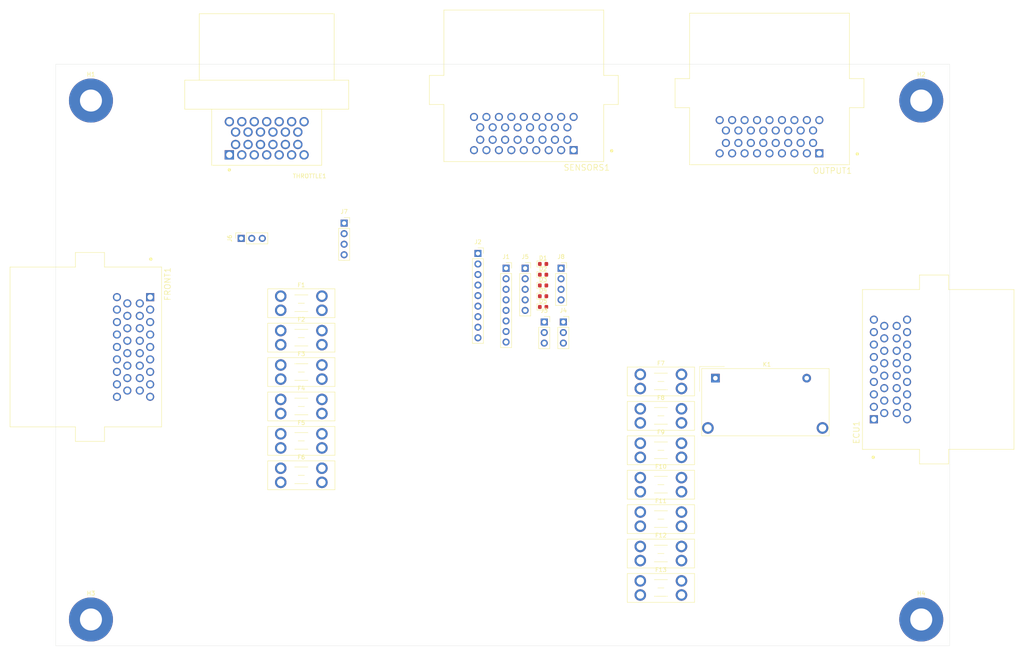
<source format=kicad_pcb>
(kicad_pcb (version 20240108) (generator "pcbnew") (generator_version "8.0")
  (layers (0 "F.Cu" signal) (31 "B.Cu" signal) (34 "B.Paste" user) (35 "F.Paste" user) (36 "B.SilkS" user "B.Silkscreen") (37 "F.SilkS" user "F.Silkscreen") (38 "B.Mask" user) (39 "F.Mask" user) (44 "Edge.Cuts" user))
  (net 0 "")
  (net 1 "/COIL1_GND")
  (net 2 "/WSSFR_SIG")
  (net 3 "/TPS_SIG")
  (net 4 "/WSSRL_SIG")
  (net 5 "/IAC_GND")
  (net 6 "/CTS_SIG")
  (net 7 "/INJ4_GND")
  (net 8 "/LAMB_SIG")
  (net 9 "/INJ3_GND")
  (net 10 "/IAT_SIG")
  (net 11 "/SYNC_SIG")
  (net 13 "/COIL4_GND")
  (net 14 "/FPS_SIG")
  (net 15 "/INJ1_GND")
  (net 17 "/TRIG_SIG")
  (net 18 "/COIL3_GND")
  (net 19 "/WSSFL_SIG")
  (net 20 "/WSSRR_SIG")
  (net 21 "/PE3_SENSE_5V")
  (net 22 "/INJ2_GND")
  (net 24 "/MAP_SIG")
  (net 25 "/PE3_VCC")
  (net 26 "/ENG_CUT")
  (net 27 "/DSV_12V")
  (net 28 "+GLV")
  (net 29 "/INJ1_VCC")
  (net 30 "+SD")
  (net 31 "/IGN1_VCC")
  (net 32 "/STR_VCC")
  (net 33 "/FP_12V")
  (net 34 "/BL_12V")
  (net 35 "/WSSFR_GND")
  (net 36 "/WSSFL_5V")
  (net 37 "/BPTR_GND")
  (net 38 "/SAS_GND")
  (net 39 "/BPTF_5V")
  (net 40 "/BPTR_SIG")
  (net 41 "/BPTF_GND")
  (net 42 "/CES_SD+")
  (net 44 "/APPS2_GND")
  (net 45 "/SAS_SIG")
  (net 46 "/WSSFR_5V")
  (net 47 "/STEER_12V")
  (net 48 "/APPS1_5V")
  (net 50 "/APPS2_3.3V")
  (net 51 "/APPS1_GND")
  (net 52 "/BPTF_SIG")
  (net 53 "/WSSFL_GND")
  (net 54 "/CES_SD-")
  (net 55 "/STEER_GND")
  (net 56 "/APPS1_SIG")
  (net 57 "/BPTR_5V")
  (net 58 "/BOTS_SD-")
  (net 59 "/APPS2_SIG")
  (net 60 "/SAS_5V")
  (net 61 "/BSPD_SD-")
  (net 62 "-BATT")
  (net 63 "+5VA")
  (net 64 "GNDA")
  (net 65 "/TPS1_SIG")
  (net 67 "/DSV_GND")
  (net 68 "/IGN4_GND")
  (net 69 "/IGN2_GND")
  (net 70 "/WP_GND")
  (net 71 "/IGN1_GND")
  (net 73 "/STR_GND")
  (net 74 "/USV_GND")
  (net 75 "/BL_GND")
  (net 76 "/FAN_GND")
  (net 78 "/IGN3_GND")
  (net 80 "/FP_GND")
  (net 82 "/FPS_5V")
  (net 84 "/WSSRL_5V")
  (net 85 "/OTS_SIG")
  (net 86 "/WSSRL_GND")
  (net 87 "/WSSRR_5V")
  (net 88 "/OPS_5V")
  (net 90 "/CS_SIG")
  (net 91 "/WSSRR_GND")
  (net 92 "/TRIG_GND")
  (net 93 "/CTS_GND")
  (net 94 "/SAP_GND")
  (net 95 "/LAMB_GND")
  (net 96 "/CS_5V")
  (net 98 "/SAP_SIG")
  (net 99 "/OPS_GND")
  (net 101 "/SAP_5V")
  (net 102 "/OPS_SIG")
  (net 103 "/FPS_GND")
  (net 104 "/SYNC_GND")
  (net 105 "/LAMB_12V")
  (net 106 "/NS_GND")
  (net 109 "/TPS_GND")
  (net 110 "/MOTOR_GND")
  (net 112 "/MAP_5V")
  (net 113 "/RLM_12V")
  (net 115 "/MAP_GND")
  (net 118 "/TPS_5V")
  (net 119 "/TPS2_SIG")
  (net 121 "/MOTOR_VCC")
  (net 127 "/RLM_GND")
  (net 128 "Net-(D1-A)")
  (net 129 "Net-(D2-A)")
  (net 130 "Net-(F11-Pad1)")
  (net 131 "Net-(D3-A)")
  (net 132 "Net-(D4-A)")
  (net 133 "Net-(D5-A)")
  (net 134 "/ETC_CANL")
  (net 135 "/ETC_CANH")
  (footprint "MountingHole:MountingHole_5.3mm_M5_Pad" (layer "F.Cu") (at 48.514 33.782)
    (property "Reference" "H1" (at 0 -6.3 0) (layer "F.SilkS"))
    (property "Value" "MountingHole_Pad")
    (pad "1" thru_hole circle (at 0 0) (size 10.6 10.6) (drill 5.3) (layers "*.Cu" "*.Mask") (net 62 "-BATT"))
  )
  (footprint "LED_SMD:LED_0603_1608Metric" (layer "F.Cu") (at 157.426 78.322)
    (property "Reference" "D3" (at 0 -1.43 0) (layer "F.SilkS"))
    (property "Value" "LED")
    (pad "1" smd roundrect (at -0.7875 0) (size 0.875 0.95) (layers "F.Cu" "F.Paste" "F.Mask") (net 62 "-BATT"))
    (pad "2" smd roundrect (at 0.7875 0) (size 0.875 0.95) (layers "F.Cu" "F.Paste" "F.Mask") (net 131 "Net-(D3-A)"))
  )
  (footprint "Relay_THT:Relay_SPST_Zettler-AZSR131" (layer "F.Cu") (at 198.926 100.649001)
    (property "Reference" "K1" (at 12.4 -3.3 180) (layer "F.SilkS"))
    (property "Value" "SDC Relay")
    (pad "1" thru_hole rect (at 0 0 180) (size 2.1 2.1) (drill 1.1) (layers "*.Cu" "*.Mask"))
    (pad "2" thru_hole circle (at 22 0 180) (size 2.1 2.1) (drill 1.1) (layers "*.Cu" "*.Mask"))
    (pad "3" thru_hole circle (at 25.8 12 180) (size 2.8 2.8) (drill 1.8) (layers "*.Cu" "*.Mask"))
    (pad "4" thru_hole circle (at -1.8 12 180) (size 2.8 2.8) (drill 1.8) (layers "*.Cu" "*.Mask"))
  )
  (footprint "Fuse:Fuseholder_Blade_Mini_Keystone_3568" (layer "F.Cu") (at 94.227 97.481)
    (property "Reference" "F3" (at 4.96 -2.67 0) (layer "F.SilkS"))
    (property "Value" "IGN Fuse")
    (pad "1" thru_hole circle (at 0 0) (size 2.78 2.78) (drill 1.78) (layers "*.Cu" "*.Mask") (net 30 "+SD"))
    (pad "1" thru_hole circle (at 0 3.4) (size 2.78 2.78) (drill 1.78) (layers "*.Cu" "*.Mask") (net 30 "+SD"))
    (pad "2" thru_hole circle (at 9.92 0) (size 2.78 2.78) (drill 1.78) (layers "*.Cu" "*.Mask") (net 31 "/IGN1_VCC"))
    (pad "2" thru_hole circle (at 9.92 3.4) (size 2.78 2.78) (drill 1.78) (layers "*.Cu" "*.Mask") (net 31 "/IGN1_VCC"))
  )
  (footprint "Fuse:Fuseholder_Blade_Mini_Keystone_3568" (layer "F.Cu") (at 94.227 105.771)
    (property "Reference" "F4" (at 4.96 -2.67 0) (layer "F.SilkS"))
    (property "Value" "STR Fuse")
    (pad "1" thru_hole circle (at 0 0) (size 2.78 2.78) (drill 1.78) (layers "*.Cu" "*.Mask") (net 30 "+SD"))
    (pad "1" thru_hole circle (at 0 3.4) (size 2.78 2.78) (drill 1.78) (layers "*.Cu" "*.Mask") (net 30 "+SD"))
    (pad "2" thru_hole circle (at 9.92 0) (size 2.78 2.78) (drill 1.78) (layers "*.Cu" "*.Mask") (net 32 "/STR_VCC"))
    (pad "2" thru_hole circle (at 9.92 3.4) (size 2.78 2.78) (drill 1.78) (layers "*.Cu" "*.Mask") (net 32 "/STR_VCC"))
  )
  (footprint "6437288-1:TE_6437288-1" (layer "F.Cu") (at 58.777 93.138001 -90)
    (property "Reference" "FRONT1" (at -15.163125 -8.199165 -90) (layer "F.SilkS") (effects (font (size 1.419929 1.419929))))
    (property "Value" "6437288-1")
    (pad "" np_thru_hole circle (at -19.25 10.5 270) (size 3.3 3.3) (drill 3.3) (layers "*.Cu" "*.Mask"))
    (pad "" np_thru_hole circle (at 19.25 10.5 270) (size 3.3 3.3) (drill 3.3) (layers "*.Cu" "*.Mask"))
    (pad "1" thru_hole rect (at -12 -4 270) (size 1.95 1.95) (drill 1.3) (layers "*.Cu" "*.Mask") (net 46 "/WSSFR_5V"))
    (pad "2" thru_hole circle (at -9 -4 270) (size 1.95 1.95) (drill 1.3) (layers "*.Cu" "*.Mask") (net 2 "/WSSFR_SIG"))
    (pad "3" thru_hole circle (at -6 -4 270) (size 1.95 1.95) (drill 1.3) (layers "*.Cu" "*.Mask") (net 35 "/WSSFR_GND"))
    (pad "4" thru_hole circle (at -3 -4 270) (size 1.95 1.95) (drill 1.3) (layers "*.Cu" "*.Mask") (net 28 "+GLV"))
    (pad "5" thru_hole circle (at 0 -4 270) (size 1.95 1.95) (drill 1.3) (layers "*.Cu" "*.Mask") (net 58 "/BOTS_SD-"))
    (pad "6" thru_hole circle (at 3 -4 270) (size 1.95 1.95) (drill 1.3) (layers "*.Cu" "*.Mask") (net 58 "/BOTS_SD-"))
    (pad "7" thru_hole circle (at 6 -4 270) (size 1.95 1.95) (drill 1.3) (layers "*.Cu" "*.Mask") (net 42 "/CES_SD+"))
    (pad "8" thru_hole circle (at 9 -4 270) (size 1.95 1.95) (drill 1.3) (layers "*.Cu" "*.Mask") (net 42 "/CES_SD+"))
    (pad "9" thru_hole circle (at 12 -4 270) (size 1.95 1.95) (drill 1.3) (layers "*.Cu" "*.Mask") (net 54 "/CES_SD-"))
    (pad "10" thru_hole circle (at -10.5 -1.5 270) (size 1.95 1.95) (drill 1.3) (layers "*.Cu" "*.Mask") (net 47 "/STEER_12V"))
    (pad "11" thru_hole circle (at -7.5 -1.5 270) (size 1.95 1.95) (drill 1.3) (layers "*.Cu" "*.Mask") (net 55 "/STEER_GND"))
    (pad "12" thru_hole circle (at -4.5 -1.5 270) (size 1.95 1.95) (drill 1.3) (layers "*.Cu" "*.Mask") (net 135 "/ETC_CANH"))
    (pad "13" thru_hole circle (at -1.5 -1.5 270) (size 1.95 1.95) (drill 1.3) (layers "*.Cu" "*.Mask") (net 134 "/ETC_CANL"))
    (pad "14" thru_hole circle (at 1.5 -1.5 270) (size 1.95 1.95) (drill 1.3) (layers "*.Cu" "*.Mask") (net 64 "GNDA"))
    (pad "15" thru_hole circle (at 4.5 -1.5 270) (size 1.95 1.95) (drill 1.3) (layers "*.Cu" "*.Mask") (net 36 "/WSSFL_5V"))
    (pad "16" thru_hole circle (at 7.5 -1.5 270) (size 1.95 1.95) (drill 1.3) (layers "*.Cu" "*.Mask") (net 19 "/WSSFL_SIG"))
    (pad "17" thru_hole circle (at 10.5 -1.5 270) (size 1.95 1.95) (drill 1.3) (layers "*.Cu" "*.Mask") (net 53 "/WSSFL_GND"))
    (pad "18" thru_hole circle (at -10.5 1.5 270) (size 1.95 1.95) (drill 1.3) (layers "*.Cu" "*.Mask") (net 48 "/APPS1_5V"))
    (pad "19" thru_hole circle (at -7.5 1.5 270) (size 1.95 1.95) (drill 1.3) (layers "*.Cu" "*.Mask") (net 56 "/APPS1_SIG"))
    (pad "20" thru_hole circle (at -4.5 1.5 270) (size 1.95 1.95) (drill 1.3) (layers "*.Cu" "*.Mask") (net 51 "/APPS1_GND"))
    (pad "21" thru_hole circle (at -1.5 1.5 270) (size 1.95 1.95) (drill 1.3) (layers "*.Cu" "*.Mask") (net 50 "/APPS2_3.3V"))
    (pad "22" thru_hole circle (at 1.5 1.5 270) (size 1.95 1.95) (drill 1.3) (layers "*.Cu" "*.Mask") (net 59 "/APPS2_SIG"))
    (pad "23" thru_hole circle (at 4.5 1.5 270) (size 1.95 1.95) (drill 1.3) (layers "*.Cu" "*.Mask") (net 44 "/APPS2_GND"))
    (pad "24" thru_hole circle (at 7.5 1.5 270) (size 1.95 1.95) (drill 1.3) (layers "*.Cu" "*.Mask") (net 39 "/BPTF_5V"))
    (pad "25" thru_hole circle (at 10.5 1.5 270) (size 1.95 1.95) (drill 1.3) (layers "*.Cu" "*.Mask") (net 52 "/BPTF_SIG"))
    (pad "26" thru_hole circle (at -12 4 270) (size 1.95 1.95) (drill 1.3) (layers "*.Cu" "*.Mask") (net 41 "/BPTF_GND"))
    (pad "27" thru_hole circle (at -9 4 270) (size 1.95 1.95) (drill 1.3) (layers "*.Cu" "*.Mask") (net 57 "/BPTR_5V"))
    (pad "28" thru_hole circle (at -6 4 270) (size 1.95 1.95) (drill 1.3) (layers "*.Cu" "*.Mask") (net 40 "/BPTR_SIG"))
    (pad "29" thru_hole circle (at -3 4 270) (size 1.95 1.95) (drill 1.3) (layers "*.Cu" "*.Mask") (net 37 "/BPTR_GND"))
    (pad "30" thru_hole circle (at 0 4 270) (size 1.95 1.95) (drill 1.3) (layers "*.Cu" "*.Mask") (net 60 "/SAS_5V"))
    (pad "31" thru_hole circle (at 3 4 270) (size 1.95 1.95) (drill 1.3) (layers "*.Cu" "*.Mask") (net 45 "/SAS_SIG"))
    (pad "32" thru_hole circle (at 6 4 270) (size 1.95 1.95) (drill 1.3) (layers "*.Cu" "*.Mask") (net 38 "/SAS_GND"))
    (pad "33" thru_hole circle (at 9 4 270) (size 1.95 1.95) (drill 1.3) (layers "*.Cu" "*.Mask"))
    (pad "34" thru_hole circle (at 12 4 270) (size 1.95 1.95) (drill 1.3) (layers "*.Cu" "*.Mask"))
  )
  (footprint "Connector_PinSocket_2.54mm:PinSocket_1x04_P2.54mm_Vertical" (layer "F.Cu") (at 109.499 63.307)
    (property "Reference" "J7" (at 0 -2.77 0) (layer "F.SilkS"))
    (property "Value" "BSPD SIG")
    (pad "1" thru_hole rect (at 0 0) (size 1.7 1.7) (drill 1) (layers "*.Cu" "*.Mask") (net 63 "+5VA"))
    (pad "2" thru_hole oval (at 0 2.54) (size 1.7 1.7) (drill 1) (layers "*.Cu" "*.Mask") (net 65 "/TPS1_SIG"))
    (pad "3" thru_hole oval (at 0 5.08) (size 1.7 1.7) (drill 1) (layers "*.Cu" "*.Mask") (net 40 "/BPTR_SIG"))
    (pad "4" thru_hole oval (at 0 7.62) (size 1.7 1.7) (drill 1) (layers "*.Cu" "*.Mask") (net 64 "GNDA"))
  )
  (footprint "Connector_PinSocket_2.54mm:PinSocket_1x03_P2.54mm_Vertical" (layer "F.Cu") (at 84.709001 66.98 90)
    (property "Reference" "J6" (at 0 -2.77 90) (layer "F.SilkS"))
    (property "Value" "BSPD PWR")
    (pad "1" thru_hole rect (at 0 0 90) (size 1.7 1.7) (drill 1) (layers "*.Cu" "*.Mask") (net 28 "+GLV"))
    (pad "2" thru_hole oval (at 0 2.54 90) (size 1.7 1.7) (drill 1) (layers "*.Cu" "*.Mask") (net 61 "/BSPD_SD-"))
    (pad "3" thru_hole oval (at 0 5.079999 90) (size 1.7 1.7) (drill 1) (layers "*.Cu" "*.Mask") (net 62 "-BATT"))
  )
  (footprint "Connector_PinSocket_2.54mm:PinSocket_1x09_P2.54mm_Vertical" (layer "F.Cu") (at 141.732 70.612)
    (property "Reference" "J2" (at 0 -2.77 0) (layer "F.SilkS"))
    (property "Value" "ETC PWR")
    (pad "1" thru_hole rect (at 0 0) (size 1.7 1.7) (drill 1) (layers "*.Cu" "*.Mask") (net 28 "+GLV"))
    (pad "2" thru_hole oval (at 0 2.54) (size 1.7 1.7) (drill 1) (layers "*.Cu" "*.Mask") (net 110 "/MOTOR_GND"))
    (pad "3" thru_hole oval (at 0 5.08) (size 1.7 1.7) (drill 1) (layers "*.Cu" "*.Mask") (net 110 "/MOTOR_GND"))
    (pad "4" thru_hole oval (at 0 7.62) (size 1.7 1.7) (drill 1) (layers "*.Cu" "*.Mask") (net 110 "/MOTOR_GND"))
    (pad "5" thru_hole oval (at 0 10.16) (size 1.7 1.7) (drill 1) (layers "*.Cu" "*.Mask") (net 110 "/MOTOR_GND"))
    (pad "6" thru_hole oval (at 0 12.7) (size 1.7 1.7) (drill 1) (layers "*.Cu" "*.Mask") (net 62 "-BATT"))
    (pad "7" thru_hole oval (at 0 15.24) (size 1.7 1.7) (drill 1) (layers "*.Cu" "*.Mask") (net 62 "-BATT"))
    (pad "8" thru_hole oval (at 0 17.78) (size 1.7 1.7) (drill 1) (layers "*.Cu" "*.Mask") (net 62 "-BATT"))
    (pad "9" thru_hole oval (at 0 20.32) (size 1.7 1.7) (drill 1) (layers "*.Cu" "*.Mask") (net 62 "-BATT"))
  )
  (footprint "Connector_PinSocket_2.54mm:PinSocket_1x04_P2.54mm_Vertical" (layer "F.Cu") (at 161.756 74.172)
    (property "Reference" "J8" (at 0 -2.77 0) (layer "F.SilkS"))
    (property "Value" "SCU PWR")
    (pad "1" thru_hole rect (at 0 0) (size 1.7 1.7) (drill 1) (layers "*.Cu" "*.Mask") (net 28 "+GLV"))
    (pad "2" thru_hole oval (at 0 2.54) (size 1.7 1.7) (drill 1) (layers "*.Cu" "*.Mask") (net 74 "/USV_GND"))
    (pad "3" thru_hole oval (at 0 5.08) (size 1.7 1.7) (drill 1) (layers "*.Cu" "*.Mask") (net 67 "/DSV_GND"))
    (pad "4" thru_hole oval (at 0 7.62) (size 1.7 1.7) (drill 1) (layers "*.Cu" "*.Mask") (net 62 "-BATT"))
  )
  (footprint "6437288-2:TE_6437288-2" (layer "F.Cu") (at 152.781 41.732001 180)
    (property "Reference" "SENSORS1" (at -15.163125 -8.199165 180) (layer "F.SilkS") (effects (font (size 1.419929 1.419929))))
    (property "Value" "6437288-2")
    (pad "" np_thru_hole circle (at -19.25 10.5 180) (size 3.3 3.3) (drill 3.3) (layers "*.Cu" "*.Mask"))
    (pad "" np_thru_hole circle (at 19.25 10.5 180) (size 3.3 3.3) (drill 3.3) (layers "*.Cu" "*.Mask"))
    (pad "1" thru_hole rect (at -12 -4 180) (size 1.95 1.95) (drill 1.3) (layers "*.Cu" "*.Mask") (net 88 "/OPS_5V"))
    (pad "2" thru_hole circle (at -9 -4 180) (size 1.95 1.95) (drill 1.3) (layers "*.Cu" "*.Mask") (net 102 "/OPS_SIG"))
    (pad "3" thru_hole circle (at -6 -4 180) (size 1.95 1.95) (drill 1.3) (layers "*.Cu" "*.Mask") (net 85 "/OTS_SIG"))
    (pad "4" thru_hole circle (at -3 -4 180) (size 1.95 1.95) (drill 1.3) (layers "*.Cu" "*.Mask") (net 99 "/OPS_GND"))
    (pad "5" thru_hole circle (at 0 -4 180) (size 1.95 1.95) (drill 1.3) (layers "*.Cu" "*.Mask") (net 82 "/FPS_5V"))
    (pad "6" thru_hole circle (at 3 -4 180) (size 1.95 1.95) (drill 1.3) (layers "*.Cu" "*.Mask") (net 14 "/FPS_SIG"))
    (pad "7" thru_hole circle (at 6 -4 180) (size 1.95 1.95) (drill 1.3) (layers "*.Cu" "*.Mask") (net 103 "/FPS_GND"))
    (pad "8" thru_hole circle (at 9 -4 180) (size 1.95 1.95) (drill 1.3) (layers "*.Cu" "*.Mask") (net 6 "/CTS_SIG"))
    (pad "9" thru_hole circle (at 12 -4 180) (size 1.95 1.95) (drill 1.3) (layers "*.Cu" "*.Mask") (net 93 "/CTS_GND"))
    (pad "10" thru_hole circle (at -10.5 -1.5 180) (size 1.95 1.95) (drill 1.3) (layers "*.Cu" "*.Mask"))
    (pad "11" thru_hole circle (at -7.5 -1.5 180) (size 1.95 1.95) (drill 1.3) (layers "*.Cu" "*.Mask"))
    (pad "12" thru_hole circle (at -4.5 -1.5 180) (size 1.95 1.95) (drill 1.3) (layers "*.Cu" "*.Mask"))
    (pad "13" thru_hole circle (at -1.5 -1.5 180) (size 1.95 1.95) (drill 1.3) (layers "*.Cu" "*.Mask"))
    (pad "14" thru_hole circle (at 1.5 -1.5 180) (size 1.95 1.95) (drill 1.3) (layers "*.Cu" "*.Mask") (net 11 "/SYNC_SIG"))
    (pad "15" thru_hole circle (at 4.5 -1.5 180) (size 1.95 1.95) (drill 1.3) (layers "*.Cu" "*.Mask") (net 104 "/SYNC_GND"))
    (pad "16" thru_hole circle (at 7.5 -1.5 180) (size 1.95 1.95) (drill 1.3) (layers "*.Cu" "*.Mask") (net 17 "/TRIG_SIG"))
    (pad "17" thru_hole circle (at 10.5 -1.5 180) (size 1.95 1.95) (drill 1.3) (layers "*.Cu" "*.Mask") (net 92 "/TRIG_GND"))
    (pad "18" thru_hole circle (at -10.5 1.5 180) (size 1.95 1.95) (drill 1.3) (layers "*.Cu" "*.Mask") (net 101 "/SAP_5V"))
    (pad "19" thru_hole circle (at -7.5 1.5 180) (size 1.95 1.95) (drill 1.3) (layers "*.Cu" "*.Mask") (net 98 "/SAP_SIG"))
    (pad "20" thru_hole circle (at -4.5 1.5 180) (size 1.95 1.95) (drill 1.3) (layers "*.Cu" "*.Mask") (net 94 "/SAP_GND"))
    (pad "21" thru_hole circle (at -1.5 1.5 180) (size 1.95 1.95) (drill 1.3) (layers "*.Cu" "*.Mask") (net 96 "/CS_5V"))
    (pad "22" thru_hole circle (at 1.5 1.5 180) (size 1.95 1.95) (drill 1.3) (layers "*.Cu" "*.Mask") (net 90 "/CS_SIG"))
    (pad "23" thru_hole circle (at 4.5 1.5 180) (size 1.95 1.95) (drill 1.3) (layers "*.Cu" "*.Mask") (net 106 "/NS_GND"))
    (pad "24" thru_hole circle (at 7.5 1.5 180) (size 1.95 1.95) (drill 1.3) (layers "*.Cu" "*.Mask"))
    (pad "25" thru_hole circle (at 10.5 1.5 180) (size 1.95 1.95) (drill 1.3) (layers "*.Cu" "*.Mask"))
    (pad "26" thru_hole circle (at -12 4 180) (size 1.95 1.95) (drill 1.3) (layers "*.Cu" "*.Mask") (net 105 "/LAMB_12V"))
    (pad "27" thru_hole circle (at -9 4 180) (size 1.95 1.95) (drill 1.3) (layers "*.Cu" "*.Mask") (net 8 "/LAMB_SIG"))
    (pad "28" thru_hole circle (at -6 4 180) (size 1.95 1.95) (drill 1.3) (layers "*.Cu" "*.Mask") (net 95 "/LAMB_GND"))
    (pad "29" thru_hole circle (at -3 4 180) (size 1.95 1.95) (drill 1.3) (layers "*.Cu" "*.Mask") (net 84 "/WSSRL_5V"))
    (pad "30" thru_hole circle (at 0 4 180) (size 1.95 1.95) (drill 1.3) (layers "*.Cu" "*.Mask") (net 4 "/WSSRL_SIG"))
    (pad "31" thru_hole circle (at 3 4 180) (size 1.95 1.95) (drill 1.3) (layers "*.Cu" "*.Mask") (net 86 "/WSSRL_GND"))
    (pad "32" thru_hole circle (at 6 4 180) (size 1.95 1.95) (drill 1.3) (layers "*.Cu" "*.Mask") (net 87 "/WSSRR_5V"))
    (pad "33" thru_hole circle (at 9 4 180) (size 1.95 1.95) (drill 1.3) (layers "*.Cu" "*.Mask") (net 20 "/WSSRR_SIG"))
    (pad "34" thru_hole circle (at 12 4 180) (size 1.95 1.95) (drill 1.3) (layers "*.Cu" "*.Mask") (net 91 "/WSSRR_GND"))
  )
  (footprint "Fuse:Fuseholder_Blade_Mini_Keystone_3568" (layer "F.Cu") (at 94.227 89.191)
    (property "Reference" "F2" (at 4.96 -2.67 0) (layer "F.SilkS"))
    (property "Value" "INJ Fuse")
    (pad "1" thru_hole circle (at 0 0) (size 2.78 2.78) (drill 1.78) (layers "*.Cu" "*.Mask") (net 28 "+GLV"))
    (pad "1" thru_hole circle (at 0 3.4) (size 2.78 2.78) (drill 1.78) (layers "*.Cu" "*.Mask") (net 28 "+GLV"))
    (pad "2" thru_hole circle (at 9.92 0) (size 2.78 2.78) (drill 1.78) (layers "*.Cu" "*.Mask") (net 29 "/INJ1_VCC"))
    (pad "2" thru_hole circle (at 9.92 3.4) (size 2.78 2.78) (drill 1.78) (layers "*.Cu" "*.Mask") (net 29 "/INJ1_VCC"))
  )
  (footprint "9-6437287-8:TE_9-6437287-8" (layer "F.Cu") (at 90.853 32.368001 180)
    (property "Reference" "THROTTLE1" (at -10.3213 -19.60584 180) (layer "F.SilkS") (effects (font (size 1.001165 1.001165))))
    (property "Value" "9-6437287-8")
    (pad "" np_thru_hole circle (at -16.25 0 180) (size 3.4 3.4) (drill 3.4) (layers "*.Cu" "*.Mask"))
    (pad "" np_thru_hole circle (at 16.25 0 180) (size 3.4 3.4) (drill 3.4) (layers "*.Cu" "*.Mask"))
    (pad "1" thru_hole rect (at 9 -14.5 180) (size 2.25 2.25) (drill 1.5) (layers "*.Cu" "*.Mask") (net 113 "/RLM_12V"))
    (pad "2" thru_hole circle (at 6 -14.5 180) (size 2.25 2.25) (drill 1.5) (layers "*.Cu" "*.Mask") (net 127 "/RLM_GND"))
    (pad "3" thru_hole circle (at 3 -14.5 180) (size 2.25 2.25) (drill 1.5) (layers "*.Cu" "*.Mask") (net 135 "/ETC_CANH"))
    (pad "4" thru_hole circle (at 0 -14.5 180) (size 2.25 2.25) (drill 1.5) (layers "*.Cu" "*.Mask") (net 134 "/ETC_CANL"))
    (pad "5" thru_hole circle (at -3 -14.5 180) (size 2.25 2.25) (drill 1.5) (layers "*.Cu" "*.Mask") (net 64 "GNDA"))
    (pad "6" thru_hole circle (at -6 -14.5 180) (size 2.25 2.25) (drill 1.5) (layers "*.Cu" "*.Mask"))
    (pad "7" thru_hole circle (at -9 -14.5 180) (size 2.25 2.25) (drill 1.5) (layers "*.Cu" "*.Mask"))
    (pad "8" thru_hole circle (at 7.5 -12 180) (size 2.25 2.25) (drill 1.5) (layers "*.Cu" "*.Mask"))
    (pad "9" thru_hole circle (at 4.5 -12 180) (size 2.25 2.25) (drill 1.5) (layers "*.Cu" "*.Mask"))
    (pad "10" thru_hole circle (at 1.5 -12 180) (size 2.25 2.25) (drill 1.5) (layers "*.Cu" "*.Mask"))
    (pad "11" thru_hole circle (at -1.5 -12 180) (size 2.25 2.25) (drill 1.5) (layers "*.Cu" "*.Mask"))
    (pad "12" thru_hole circle (at -4.5 -12 180) (size 2.25 2.25) (drill 1.5) (layers "*.Cu" "*.Mask"))
    (pad "13" thru_hole circle (at -7.5 -12 180) (size 2.25 2.25) (drill 1.5) (layers "*.Cu" "*.Mask"))
    (pad "14" thru_hole circle (at 7.5 -9 180) (size 2.25 2.25) (drill 1.5) (layers "*.Cu" "*.Mask"))
    (pad "15" thru_hole circle (at 4.5 -9 180) (size 2.25 2.25) (drill 1.5) (layers "*.Cu" "*.Mask"))
    (pad "16" thru_hole circle (at 1.5 -9 180) (size 2.25 2.25) (drill 1.5) (layers "*.Cu" "*.Mask"))
    (pad "17" thru_hole circle (at -1.5 -9 180) (size 2.25 2.25) (drill 1.5) (layers "*.Cu" "*.Mask") (net 112 "/MAP_5V"))
    (pad "18" thru_hole circle (at -4.5 -9 180) (size 2.25 2.25) (drill 1.5) (layers "*.Cu" "*.Mask") (net 24 "/MAP_SIG"))
    (pad "19" thru_hole circle (at -7.5 -9 180) (size 2.25 2.25) (drill 1.5) (layers "*.Cu" "*.Mask") (net 10 "/IAT_SIG"))
    (pad "20" thru_hole circle (at 9 -6.5 180) (size 2.25 2.25) (drill 1.5) (layers "*.Cu" "*.Mask") (net 115 "/MAP_GND"))
    (pad "21" thru_hole circle (at 6 -6.5 180) (size 2.25 2.25) (drill 1.5) (layers "*.Cu" "*.Mask") (net 110 "/MOTOR_GND"))
    (pad "22" thru_hole circle (at 3 -6.5 180) (size 2.25 2.25) (drill 1.5) (layers "*.Cu" "*.Mask") (net 109 "/TPS_GND"))
    (pad "23" thru_hole circle (at 0 -6.5 180) (size 2.25 2.25) (drill 1.5) (layers "*.Cu" "*.Mask") (net 118 "/TPS_5V"))
    (pad "24" thru_hole circle (at -3 -6.5 180) (size 2.25 2.25) (drill 1.5) (layers "*.Cu" "*.Mask") (net 121 "/MOTOR_VCC"))
    (pad "25" thru_hole circle (at -6 -6.5 180) (size 2.25 2.25) (drill 1.5) (layers "*.Cu" "*.Mask") (net 119 "/TPS2_SIG"))
    (pad "26" thru_hole circle (at -9 -6.5 180) (size 2.25 2.25) (drill 1.5) (layers "*.Cu" "*.Mask") (net 65 "/TPS1_SIG"))
  )
  (footprint "Connector_PinSocket_2.54mm:PinSocket_1x03_P2.54mm_Vertical" (layer "F.Cu") (at 162.306 87.122)
    (property "Reference" "J4" (at 0 -2.77 0) (layer "F.SilkS"))
    (property "Value" "SCU CAN")
    (pad "1" thru_hole rect (at 0 0) (size 1.7 1.7) (drill 1) (layers "*.Cu" "*.Mask") (net 135 "/ETC_CANH"))
    (pad "2" thru_hole oval (at 0 2.54) (size 1.7 1.7) (drill 1) (layers "*.Cu" "*.Mask") (net 134 "/ETC_CANL"))
    (pad "3" thru_hole oval (at 0 5.08) (size 1.7 1.7) (drill 1) (layers "*.Cu" "*.Mask") (net 64 "GNDA"))
  )
  (footprint "Fuse:Fuseholder_Blade_Mini_Keystone_3568" (layer "F.Cu") (at 180.841 149.484001)
    (property "Reference" "F13" (at 4.96 -2.67 0) (layer "F.SilkS"))
    (property "Value" "PE3 Fuse")
    (pad "1" thru_hole circle (at 0 0) (size 2.78 2.78) (drill 1.78) (layers "*.Cu" "*.Mask") (net 25 "/PE3_VCC"))
    (pad "1" thru_hole circle (at 0 3.4) (size 2.78 2.78) (drill 1.78) (layers "*.Cu" "*.Mask") (net 25 "/PE3_VCC"))
    (pad "2" thru_hole circle (at 9.92 0) (size 2.78 2.78) (drill 1.78) (layers "*.Cu" "*.Mask") (net 28 "+GLV"))
    (pad "2" thru_hole circle (at 9.92 3.4) (size 2.78 2.78) (drill 1.78) (layers "*.Cu" "*.Mask") (net 28 "+GLV"))
  )
  (footprint "Fuse:Fuseholder_Blade_Mini_Keystone_3568" (layer "F.Cu") (at 180.841 141.194001)
    (property "Reference" "F12" (at 4.96 -2.67 0) (layer "F.SilkS"))
    (property "Value" "Lambda Fuse")
    (pad "1" thru_hole circle (at 0 0) (size 2.78 2.78) (drill 1.78) (layers "*.Cu" "*.Mask") (net 28 "+GLV"))
    (pad "1" thru_hole circle (at 0 3.4) (size 2.78 2.78) (drill 1.78) (layers "*.Cu" "*.Mask") (net 28 "+GLV"))
    (pad "2" thru_hole circle (at 9.92 0) (size 2.78 2.78) (drill 1.78) (layers "*.Cu" "*.Mask") (net 105 "/LAMB_12V"))
    (pad "2" thru_hole circle (at 9.92 3.4) (size 2.78 2.78) (drill 1.78) (layers "*.Cu" "*.Mask") (net 105 "/LAMB_12V"))
  )
  (footprint "Fuse:Fuseholder_Blade_Mini_Keystone_3568" (layer "F.Cu") (at 94.227 80.901)
    (property "Reference" "F1" (at 4.96 -2.67 0) (layer "F.SilkS"))
    (property "Value" "Shift Fuse")
    (pad "1" thru_hole circle (at 0 0) (size 2.78 2.78) (drill 1.78) (layers "*.Cu" "*.Mask") (net 27 "/DSV_12V"))
    (pad "1" thru_hole circle (at 0 3.4) (size 2.78 2.78) (drill 1.78) (layers "*.Cu" "*.Mask") (net 27 "/DSV_12V"))
    (pad "2" thru_hole circle (at 9.92 0) (size 2.78 2.78) (drill 1.78) (layers "*.Cu" "*.Mask") (net 28 "+GLV"))
    (pad "2" thru_hole circle (at 9.92 3.4) (size 2.78 2.78) (drill 1.78) (layers "*.Cu" "*.Mask") (net 28 "+GLV"))
  )
  (footprint "Connector_PinSocket_2.54mm:PinSocket_1x05_P2.54mm_Vertical" (layer "F.Cu") (at 153.106 74.172)
    (property "Reference" "J5" (at 0 -2.77 0) (layer "F.SilkS"))
    (property "Value" "SCU SIG")
    (pad "1" thru_hole rect (at 0 0) (size 1.7 1.7) (drill 1) (layers "*.Cu" "*.Mask") (net 63 "+5VA"))
    (pad "2" thru_hole oval (at 0 2.54) (size 1.7 1.7) (drill 1) (layers "*.Cu" "*.Mask") (net 98 "/SAP_SIG"))
    (pad "3" thru_hole oval (at 0 5.08) (size 1.7 1.7) (drill 1) (layers "*.Cu" "*.Mask") (net 90 "/CS_SIG"))
    (pad "4" thru_hole oval (at 0 7.62) (size 1.7 1.7) (drill 1) (layers "*.Cu" "*.Mask") (net 106 "/NS_GND"))
    (pad "5" thru_hole oval (at 0 10.16) (size 1.7 1.7) (drill 1) (layers "*.Cu" "*.Mask") (net 64 "GNDA"))
  )
  (footprint "LED_SMD:LED_0603_1608Metric" (layer "F.Cu") (at 157.426 83.502)
    (property "Reference" "D5" (at 0 -1.43 0) (layer "F.SilkS"))
    (property "Value" "LED")
    (pad "1" smd roundrect (at -0.7875 0) (size 0.875 0.95) (layers "F.Cu" "F.Paste" "F.Mask") (net 62 "-BATT"))
    (pad "2" smd roundrect (at 0.7875 0) (size 0.875 0.95) (layers "F.Cu" "F.Paste" "F.Mask") (net 133 "Net-(D5-A)"))
  )
  (footprint "Fuse:Fuseholder_Blade_Mini_Keystone_3568" (layer "F.Cu") (at 180.841 99.744001)
    (property "Reference" "F7" (at 4.96 -2.67 0) (layer "F.SilkS"))
    (property "Value" "ETB Fuse")
    (pad "1" thru_hole circle (at 0 0) (size 2.78 2.78) (drill 1.78) (layers "*.Cu" "*.Mask") (net 30 "+SD"))
    (pad "1" thru_hole circle (at 0 3.4) (size 2.78 2.78) (drill 1.78) (layers "*.Cu" "*.Mask") (net 30 "+SD"))
    (pad "2" thru_hole circle (at 9.92 0) (size 2.78 2.78) (drill 1.78) (layers "*.Cu" "*.Mask") (net 121 "/MOTOR_VCC"))
    (pad "2" thru_hole circle (at 9.92 3.4) (size 2.78 2.78) (drill 1.78) (layers "*.Cu" "*.Mask") (net 121 "/MOTOR_VCC"))
  )
  (footprint "Connector_PinSocket_2.54mm:PinSocket_1x08_P2.54mm_Vertical" (layer "F.Cu") (at 148.506 74.172)
    (property "Reference" "J1" (at 0 -2.77 0) (layer "F.SilkS"))
    (property "Value" "ETC SIG")
    (pad "1" thru_hole rect (at 0 0) (size 1.7 1.7) (drill 1) (layers "*.Cu" "*.Mask") (net 63 "+5VA"))
    (pad "2" thru_hole oval (at 0 2.54) (size 1.7 1.7) (drill 1) (layers "*.Cu" "*.Mask") (net 56 "/APPS1_SIG"))
    (pad "3" thru_hole oval (at 0 5.08) (size 1.7 1.7) (drill 1) (layers "*.Cu" "*.Mask") (net 59 "/APPS2_SIG"))
    (pad "4" thru_hole oval (at 0 7.62) (size 1.7 1.7) (drill 1) (layers "*.Cu" "*.Mask") (net 52 "/BPTF_SIG"))
    (pad "5" thru_hole oval (at 0 10.16) (size 1.7 1.7) (drill 1) (layers "*.Cu" "*.Mask") (net 40 "/BPTR_SIG"))
    (pad "6" thru_hole oval (at 0 12.7) (size 1.7 1.7) (drill 1) (layers "*.Cu" "*.Mask") (net 65 "/TPS1_SIG"))
    (pad "7" thru_hole oval (at 0 15.24) (size 1.7 1.7) (drill 1) (layers "*.Cu" "*.Mask") (net 119 "/TPS2_SIG"))
    (pad "8" thru_hole oval (at 0 17.78) (size 1.7 1.7) (drill 1) (layers "*.Cu" "*.Mask") (net 64 "GNDA"))
  )
  (footprint "Fuse:Fuseholder_Blade_Mini_Keystone_3568" (layer "F.Cu") (at 180.841 116.324001)
    (property "Reference" "F9" (at 4.96 -2.67 0) (layer "F.SilkS"))
    (property "Value" "RLM Fuse")
    (pad "1" thru_hole circle (at 0 0) (size 2.78 2.78) (drill 1.78) (layers "*.Cu" "*.Mask") (net 113 "/RLM_12V"))
    (pad "1" thru_hole circle (at 0 3.4) (size 2.78 2.78) (drill 1.78) (layers "*.Cu" "*.Mask") (net 113 "/RLM_12V"))
    (pad "2" thru_hole circle (at 9.92 0) (size 2.78 2.78) (drill 1.78) (layers "*.Cu" "*.Mask") (net 28 "+GLV"))
    (pad "2" thru_hole circle (at 9.92 3.4) (size 2.78 2.78) (drill 1.78) (layers "*.Cu" "*.Mask") (net 28 "+GLV"))
  )
  (footprint "6437288-2:TE_6437288-2" (layer "F.Cu") (at 211.963 42.494001 180)
    (property "Reference" "OUTPUT1" (at -15.163125 -8.199165 180) (layer "F.SilkS") (effects (font (size 1.419929 1.419929))))
    (property "Value" "6437288-2")
    (pad "" np_thru_hole circle (at -19.25 10.5 180) (size 3.3 3.3) (drill 3.3) (layers "*.Cu" "*.Mask"))
    (pad "" np_thru_hole circle (at 19.25 10.5 180) (size 3.3 3.3) (drill 3.3) (layers "*.Cu" "*.Mask"))
    (pad "1" thru_hole rect (at -12 -4 180) (size 1.95 1.95) (drill 1.3) (layers "*.Cu" "*.Mask") (net 29 "/INJ1_VCC"))
    (pad "2" thru_hole circle (at -9 -4 180) (size 1.95 1.95) (drill 1.3) (layers "*.Cu" "*.Mask") (net 15 "/INJ1_GND"))
    (pad "3" thru_hole circle (at -6 -4 180) (size 1.95 1.95) (drill 1.3) (layers "*.Cu" "*.Mask") (net 29 "/INJ1_VCC"))
    (pad "4" thru_hole circle (at -3 -4 180) (size 1.95 1.95) (drill 1.3) (layers "*.Cu" "*.Mask") (net 22 "/INJ2_GND"))
    (pad "5" thru_hole circle (at 0 -4 180) (size 1.95 1.95) (drill 1.3) (layers "*.Cu" "*.Mask") (net 29 "/INJ1_VCC"))
    (pad "6" thru_hole circle (at 3 -4 180) (size 1.95 1.95) (drill 1.3) (layers "*.Cu" "*.Mask") (net 9 "/INJ3_GND"))
    (pad "7" thru_hole circle (at 6 -4 180) (size 1.95 1.95) (drill 1.3) (layers "*.Cu" "*.Mask") (net 29 "/INJ1_VCC"))
    (pad "8" thru_hole circle (at 9 -4 180) (size 1.95 1.95) (drill 1.3) (layers "*.Cu" "*.Mask") (net 7 "/INJ4_GND"))
    (pad "9" thru_hole circle (at 12 -4 180) (size 1.95 1.95) (drill 1.3) (layers "*.Cu" "*.Mask"))
    (pad "10" thru_hole circle (at -10.5 -1.5 180) (size 1.95 1.95) (drill 1.3) (layers "*.Cu" "*.Mask") (net 31 "/IGN1_VCC"))
    (pad "11" thru_hole circle (at -7.5 -1.5 180) (size 1.95 1.95) (drill 1.3) (layers "*.Cu" "*.Mask") (net 71 "/IGN1_GND"))
    (pad "12" thru_hole circle (at -4.5 -1.5 180) (size 1.95 1.95) (drill 1.3) (layers "*.Cu" "*.Mask") (net 31 "/IGN1_VCC"))
    (pad "13" thru_hole circle (at -1.5 -1.5 180) (size 1.95 1.95) (drill 1.3) (layers "*.Cu" "*.Mask") (net 69 "/IGN2_GND"))
    (pad "14" thru_hole circle (at 1.5 -1.5 180) (size 1.95 1.95) (drill 1.3) (layers "*.Cu" "*.Mask") (net 31 "/IGN1_VCC"))
    (pad "15" thru_hole circle (at 4.5 -1.5 180) (size 1.95 1.95) (drill 1.3) (layers "*.Cu" "*.Mask") (net 78 "/IGN3_GND"))
    (pad "16" thru_hole circle (at 7.5 -1.5 180) (size 1.95 1.95) (drill 1.3) (layers "*.Cu" "*.Mask") (net 31 "/IGN1_VCC"))
    (pad "17" thru_hole circle (at 10.5 -1.5 180) (size 1.95 1.95) (drill 1.3) (layers "*.Cu" "*.Mask") (net 68 "/IGN4_GND"))
    (pad "18" thru_hole circle (at -10.5 1.5 180) (size 1.95 1.95) (drill 1.3) (layers "*.Cu" "*.Mask") (net 34 "/BL_12V"))
    (pad "19" thru_hole circle (at -7.5 1.5 180) (size 1.95 1.95) (drill 1.3) (layers "*.Cu" "*.Mask") (net 75 "/BL_GND"))
    (pad "20" thru_hole circle (at -4.5 1.5 180) (size 1.95 1.95) (drill 1.3) (layers "*.Cu" "*.Mask") (net 34 "/BL_12V"))
    (pad "21" thru_hole circle (at -1.5 1.5 180) (size 1.95 1.95) (drill 1.3) (layers "*.Cu" "*.Mask") (net 76 "/FAN_GND"))
    (pad "22" thru_hole circle (at 1.5 1.5 180) (size 1.95 1.95) (drill 1.3) (layers "*.Cu" "*.Mask") (net 34 "/BL_12V"))
    (pad "23" thru_hole circle (at 4.5 1.5 180) (size 1.95 1.95) (drill 1.3) (layers "*.Cu" "*.Mask") (net 70 "/WP_GND"))
    (pad "24" thru_hole circle (at 7.5 1.5 180) (size 1.95 1.95) (drill 1.3) (layers "*.Cu" "*.Mask") (net 33 "/FP_12V"))
    (pad "25" thru_hole circle (at 10.5 1.5 180) (size 1.95 1.95) (drill 1.3) (layers "*.Cu" "*.Mask") (net 80 "/FP_GND"))
    (pad "26" thru_hole circle (at -12 4 180) (size 1.95 1.95) (drill 1.3) (layers "*.Cu" "*.Mask") (net 27 "/DSV_12V"))
    (pad "27" thru_hole circle (at -9 4 180) (size 1.95 1.95) (drill 1.3) (layers "*.Cu" "*.Mask") (net 74 "/USV_GND"))
    (pad "28" thru_hole circle (at -6 4 180) (size 1.95 1.95) (drill 1.3) (layers "*.Cu" "*.Mask") (net 27 "/DSV_12V"))
    (pad "29" thru_hole circle (at -3 4 180) (size 1.95 1.95) (drill 1.3) (layers "*.Cu" "*.Mask") (net 67 "/DSV_GND"))
    (pad "30" thru_hole circle (at 0 4 180) (size 1.95 1.95) (drill 1.3) (layers "*.Cu" "*.Mask") (net 32 "/STR_VCC"))
    (pad "31" thru_hole circle (at 3 4 180) (size 1.95 1.95) (drill 1.3) (layers "*.Cu" "*.Mask") (net 73 "/STR_GND"))
    (pad "32" thru_hole circle (at 6 4 180) (size 1.95 1.95) (drill 1.3) (layers "*.Cu" "*.Mask"))
    (pad "33" thru_hole circle (at 9 4 180) (size 1.95 1.95) (drill 1.3) (layers "*.Cu" "*.Mask"))
    (pad "34" thru_hole circle (at 12 4 180) (size 1.95 1.95) (drill 1.3) (layers "*.Cu" "*.Mask"))
  )
  (footprint "6437288-1:TE_6437288-1" (layer "F.Cu") (at 241.103 98.558001 90)
    (property "Reference" "ECU1" (at -15.163125 -8.199165 90) (layer "F.SilkS") (effects (font (size 1.419929 1.419929))))
    (property "Value" "6437288-1")
    (pad "" np_thru_hole circle (at -19.25 10.5 90) (size 3.3 3.3) (drill 3.3) (layers "*.Cu" "*.Mask"))
    (pad "" np_thru_hole circle (at 19.25 10.5 90) (size 3.3 3.3) (drill 3.3) (layers "*.Cu" "*.Mask"))
    (pad "1" thru_hole rect (at -12 -4 90) (size 1.95 1.95) (drill 1.3) (layers "*.Cu" "*.Mask"))
    (pad "2" thru_hole circle (at -9 -4 90) (size 1.95 1.95) (drill 1.3) (layers "*.Cu" "*.Mask"))
    (pad "3" thru_hole circle (at -6 -4 90) (size 1.95 1.95) (drill 1.3) (layers "*.Cu" "*.Mask") (net 20 "/WSSRR_SIG"))
    (pad "4" thru_hole circle (at -3 -4 90) (size 1.95 1.95) (drill 1.3) (layers "*.Cu" "*.Mask") (net 14 "/FPS_SIG"))
    (pad "5" thru_hole circle (at 0 -4 90) (size 1.95 1.95) (drill 1.3) (layers "*.Cu" "*.Mask") (net 8 "/LAMB_SIG"))
    (pad "6" thru_hole circle (at 3 -4 90) (size 1.95 1.95) (drill 1.3) (layers "*.Cu" "*.Mask") (net 134 "/ETC_CANL"))
    (pad "7" thru_hole circle (at 6 -4 90) (size 1.95 1.95) (drill 1.3) (layers "*.Cu" "*.Mask") (net 135 "/ETC_CANH"))
    (pad "8" thru_hole circle (at 9 -4 90) (size 1.95 1.95) (drill 1.3) (layers "*.Cu" "*.Mask") (net 64 "GNDA"))
    (pad "9" thru_hole circle (at 12 -4 90) (size 1.95 1.95) (drill 1.3) (layers "*.Cu" "*.Mask") (net 9 "/INJ3_GND"))
    (pad "10" thru_hole circle (at -10.5 -1.5 90) (size 1.95 1.95) (drill 1.3) (layers "*.Cu" "*.Mask") (net 18 "/COIL3_GND"))
    (pad "11" thru_hole circle (at -7.5 -1.5 90) (size 1.95 1.95) (drill 1.3) (layers "*.Cu" "*.Mask") (net 4 "/WSSRL_SIG"))
    (pad "12" thru_hole circle (at -4.5 -1.5 90) (size 1.95 1.95) (drill 1.3) (layers "*.Cu" "*.Mask") (net 7 "/INJ4_GND"))
    (pad "13" thru_hole circle (at -1.5 -1.5 90) (size 1.95 1.95) (drill 1.3) (layers "*.Cu" "*.Mask") (net 13 "/COIL4_GND"))
    (pad "14" thru_hole circle (at 1.5 -1.5 90) (size 1.95 1.95) (drill 1.3) (layers "*.Cu" "*.Mask") (net 1 "/COIL1_GND"))
    (pad "15" thru_hole circle (at 4.5 -1.5 90) (size 1.95 1.95) (drill 1.3) (layers "*.Cu" "*.Mask") (net 15 "/INJ1_GND"))
    (pad "16" thru_hole circle (at 7.5 -1.5 90) (size 1.95 1.95) (drill 1.3) (layers "*.Cu" "*.Mask") (net 1 "/COIL1_GND"))
    (pad "17" thru_hole circle (at 10.5 -1.5 90) (size 1.95 1.95) (drill 1.3) (layers "*.Cu" "*.Mask") (net 62 "-BATT"))
    (pad "18" thru_hole circle (at -10.5 1.5 90) (size 1.95 1.95) (drill 1.3) (layers "*.Cu" "*.Mask") (net 22 "/INJ2_GND"))
    (pad "19" thru_hole circle (at -7.5 1.5 90) (size 1.95 1.95) (drill 1.3) (layers "*.Cu" "*.Mask") (net 24 "/MAP_SIG"))
    (pad "20" thru_hole circle (at -4.5 1.5 90) (size 1.95 1.95) (drill 1.3) (layers "*.Cu" "*.Mask") (net 2 "/WSSFR_SIG"))
    (pad "21" thru_hole circle (at -1.5 1.5 90) (size 1.95 1.95) (drill 1.3) (layers "*.Cu" "*.Mask") (net 19 "/WSSFL_SIG"))
    (pad "22" thru_hole circle (at 1.5 1.5 90) (size 1.95 1.95) (drill 1.3) (layers "*.Cu" "*.Mask") (net 26 "/ENG_CUT"))
    (pad "23" thru_hole circle (at 4.5 1.5 90) (size 1.95 1.95) (drill 1.3) (layers "*.Cu" "*.Mask") (net 21 "/PE3_SENSE_5V"))
    (pad "24" thru_hole circle (at 7.5 1.5 90) (size 1.95 1.95) (drill 1.3) (layers "*.Cu" "*.Mask") (net 62 "-BATT"))
    (pad "25" thru_hole circle (at 10.5 1.5 90) (size 1.95 1.95) (drill 1.3) (layers "*.Cu" "*.Mask") (net 62 "-BATT"))
    (pad "26" thru_hole circle (at -12 4 90) (size 1.95 1.95) (drill 1.3) (layers "*.Cu" "*.Mask") (net 5 "/IAC_GND"))
    (pad "27" thru_hole circle (at -9 4 90) (size 1.95 1.95) (drill 1.3) (layers "*.Cu" "*.Mask") (net 64 "GNDA"))
    (pad "28" thru_hole circle (at -6 4 90) (size 1.95 1.95) (drill 1.3) (layers "*.Cu" "*.Mask"))
    (pad "29" thru_hole circle (at -3 4 90) (size 1.95 1.95) (drill 1.3) (layers "*.Cu" "*.Mask") (net 10 "/IAT_SIG"))
    (pad "30" thru_hole circle (at 0 4 90) (size 1.95 1.95) (drill 1.3) (layers "*.Cu" "*.Mask") (net 6 "/CTS_SIG"))
    (pad "31" thru_hole circle (at 3 4 90) (size 1.95 1.95) (drill 1.3) (layers "*.Cu" "*.Mask") (net 3 "/TPS_SIG"))
    (pad "32" thru_hole circle (at 6 4 90) (size 1.95 1.95) (drill 1.3) (layers "*.Cu" "*.Mask") (net 17 "/TRIG_SIG"))
    (pad "33" thru_hole circle (at 9 4 90) (size 1.95 1.95) (drill 1.3) (layers "*.Cu" "*.Mask") (net 11 "/SYNC_SIG"))
    (pad "34" thru_hole circle (at 12 4 90) (size 1.95 1.95) (drill 1.3) (layers "*.Cu" "*.Mask") (net 25 "/PE3_VCC"))
  )
  (footprint "MountingHole:MountingHole_5.3mm_M5_Pad" (layer "F.Cu") (at 248.514 33.782)
    (property "Reference" "H2" (at 0 -6.3 0) (layer "F.SilkS"))
    (property "Value" "MountingHole_Pad")
    (pad "1" thru_hole circle (at 0 0) (size 10.6 10.6) (drill 5.3) (layers "*.Cu" "*.Mask") (net 62 "-BATT"))
  )
  (footprint "LED_SMD:LED_0603_1608Metric" (layer "F.Cu") (at 157.426 75.732)
    (property "Reference" "D2" (at 0 -1.43 0) (layer "F.SilkS"))
    (property "Value" "LED")
    (pad "1" smd roundrect (at -0.7875 0) (size 0.875 0.95) (layers "F.Cu" "F.Paste" "F.Mask") (net 62 "-BATT"))
    (pad "2" smd roundrect (at 0.7875 0) (size 0.875 0.95) (layers "F.Cu" "F.Paste" "F.Mask") (net 129 "Net-(D2-A)"))
  )
  (footprint "MountingHole:MountingHole_5.3mm_M5_Pad" (layer "F.Cu") (at 48.514 158.782)
    (property "Reference" "H3" (at 0 -6.3 0) (layer "F.SilkS"))
    (property "Value" "MountingHole_Pad")
    (pad "1" thru_hole circle (at 0 0) (size 10.6 10.6) (drill 5.3) (layers "*.Cu" "*.Mask") (net 62 "-BATT"))
  )
  (footprint "LED_SMD:LED_0603_1608Metric" (layer "F.Cu") (at 157.426 73.142)
    (property "Reference" "D1" (at 0 -1.43 0) (layer "F.SilkS"))
    (property "Value" "LED")
    (pad "1" smd roundrect (at -0.7875 0) (size 0.875 0.95) (layers "F.Cu" "F.Paste" "F.Mask") (net 61 "/BSPD_SD-"))
    (pad "2" smd roundrect (at 0.7875 0) (size 0.875 0.95) (layers "F.Cu" "F.Paste" "F.Mask") (net 128 "Net-(D1-A)"))
  )
  (footprint "Fuse:Fuseholder_Blade_Mini_Keystone_3568" (layer "F.Cu") (at 180.841 108.034001)
    (property "Reference" "F8" (at 4.96 -2.67 0) (layer "F.SilkS"))
    (property "Value" "Sensor Fuse")
    (pad "1" thru_hole circle (at 0 0) (size 2.78 2.78) (drill 1.78) (layers "*.Cu" "*.Mask") (net 21 "/PE3_SENSE_5V"))
    (pad "1" thru_hole circle (at 0 3.4) (size 2.78 2.78) (drill 1.78) (layers "*.Cu" "*.Mask") (net 21 "/PE3_SENSE_5V"))
    (pad "2" thru_hole circle (at 9.92 0) (size 2.78 2.78) (drill 1.78) (layers "*.Cu" "*.Mask") (net 63 "+5VA"))
    (pad "2" thru_hole circle (at 9.92 3.4) (size 2.78 2.78) (drill 1.78) (layers "*.Cu" "*.Mask") (net 63 "+5VA"))
  )
  (footprint "Fuse:Fuseholder_Blade_Mini_Keystone_3568" (layer "F.Cu") (at 94.227 114.061)
    (property "Reference" "F5" (at 4.96 -2.67 0) (layer "F.SilkS"))
    (property "Value" "FP Fuse")
    (pad "1" thru_hole circle (at 0 0) (size 2.78 2.78) (drill 1.78) (layers "*.Cu" "*.Mask") (net 30 "+SD"))
    (pad "1" thru_hole circle (at 0 3.4) (size 2.78 2.78) (drill 1.78) (layers "*.Cu" "*.Mask") (net 30 "+SD"))
    (pad "2" thru_hole circle (at 9.92 0) (size 2.78 2.78) (drill 1.78) (layers "*.Cu" "*.Mask") (net 33 "/FP_12V"))
    (pad "2" thru_hole circle (at 9.92 3.4) (size 2.78 2.78) (drill 1.78) (layers "*.Cu" "*.Mask") (net 33 "/FP_12V"))
  )
  (footprint "Fuse:Fuseholder_Blade_Mini_Keystone_3568" (layer "F.Cu") (at 94.227 122.351)
    (property "Reference" "F6" (at 4.96 -2.67 0) (layer "F.SilkS"))
    (property "Value" "Peripheral Fuse")
    (pad "1" thru_hole circle (at 0 0) (size 2.78 2.78) (drill 1.78) (layers "*.Cu" "*.Mask") (net 34 "/BL_12V"))
    (pad "1" thru_hole circle (at 0 3.4) (size 2.78 2.78) (drill 1.78) (layers "*.Cu" "*.Mask") (net 34 "/BL_12V"))
    (pad "2" thru_hole circle (at 9.92 0) (size 2.78 2.78) (drill 1.78) (layers "*.Cu" "*.Mask") (net 28 "+GLV"))
    (pad "2" thru_hole circle (at 9.92 3.4) (size 2.78 2.78) (drill 1.78) (layers "*.Cu" "*.Mask") (net 28 "+GLV"))
  )
  (footprint "Fuse:Fuseholder_Blade_Mini_Keystone_3568" (layer "F.Cu") (at 180.841 124.614001)
    (property "Reference" "F10" (at 4.96 -2.67 0) (layer "F.SilkS"))
    (property "Value" "Wheel Fuse")
    (pad "1" thru_hole circle (at 0 0) (size 2.78 2.78) (drill 1.78) (layers "*.Cu" "*.Mask") (net 28 "+GLV"))
    (pad "1" thru_hole circle (at 0 3.4) (size 2.78 2.78) (drill 1.78) (layers "*.Cu" "*.Mask") (net 28 "+GLV"))
    (pad "2" thru_hole circle (at 9.92 0) (size 2.78 2.78) (drill 1.78) (layers "*.Cu" "*.Mask") (net 47 "/STEER_12V"))
    (pad "2" thru_hole circle (at 9.92 3.4) (size 2.78 2.78) (drill 1.78) (layers "*.Cu" "*.Mask") (net 47 "/STEER_12V"))
  )
  (footprint "Connector_PinSocket_2.54mm:PinSocket_1x03_P2.54mm_Vertical" (layer "F.Cu") (at 157.706 87.122)
    (property "Reference" "J3" (at 0 -2.77 0) (layer "F.SilkS"))
    (property "Value" "ETC CAN")
    (pad "1" thru_hole rect (at 0 0) (size 1.7 1.7) (drill 1) (layers "*.Cu" "*.Mask") (net 135 "/ETC_CANH"))
    (pad "2" thru_hole oval (at 0 2.54) (size 1.7 1.7) (drill 1) (layers "*.Cu" "*.Mask") (net 134 "/ETC_CANL"))
    (pad "3" thru_hole oval (at 0 5.08) (size 1.7 1.7) (drill 1) (layers "*.Cu" "*.Mask") (net 64 "GNDA"))
  )
  (footprint "Fuse:Fuseholder_Blade_Mini_Keystone_3568" (layer "F.Cu") (at 180.841 132.904001)
    (property "Reference" "F11" (at 4.96 -2.67 0) (layer "F.SilkS"))
    (property "Value" "SDC Fuse")
    (pad "1" thru_hole circle (at 0 0) (size 2.78 2.78) (drill 1.78) (layers "*.Cu" "*.Mask") (net 130 "Net-(F11-Pad1)"))
    (pad "1" thru_hole circle (at 0 3.4) (size 2.78 2.78) (drill 1.78) (layers "*.Cu" "*.Mask") (net 130 "Net-(F11-Pad1)"))
    (pad "2" thru_hole circle (at 9.92 0) (size 2.78 2.78) (drill 1.78) (layers "*.Cu" "*.Mask") (net 30 "+SD"))
    (pad "2" thru_hole circle (at 9.92 3.4) (size 2.78 2.78) (drill 1.78) (layers "*.Cu" "*.Mask") (net 30 "+SD"))
  )
  (footprint "LED_SMD:LED_0603_1608Metric" (layer "F.Cu") (at 157.426 80.912)
    (property "Reference" "D4" (at 0 -1.43 0) (layer "F.SilkS"))
    (property "Value" "LED")
    (pad "1" smd roundrect (at -0.7875 0) (size 0.875 0.95) (layers "F.Cu" "F.Paste" "F.Mask") (net 62 "-BATT"))
    (pad "2" smd roundrect (at 0.7875 0) (size 0.875 0.95) (layers "F.Cu" "F.Paste" "F.Mask") (net 132 "Net-(D4-A)"))
  )
  (footprint "MountingHole:MountingHole_5.3mm_M5_Pad" (layer "F.Cu") (at 248.514 158.782)
    (property "Reference" "H4" (at 0 -6.3 0) (layer "F.SilkS"))
    (property "Value" "MountingHole_Pad")
    (pad "1" thru_hole circle (at 0 0) (size 10.6 10.6) (drill 5.3) (layers "*.Cu" "*.Mask") (net 62 "-BATT"))
  )
  (gr_rect (start 40.005 25.07) (end 255.397 165.07165) (stroke (width 0.05)) (fill none) (layer "Edge.Cuts"))
)
</source>
